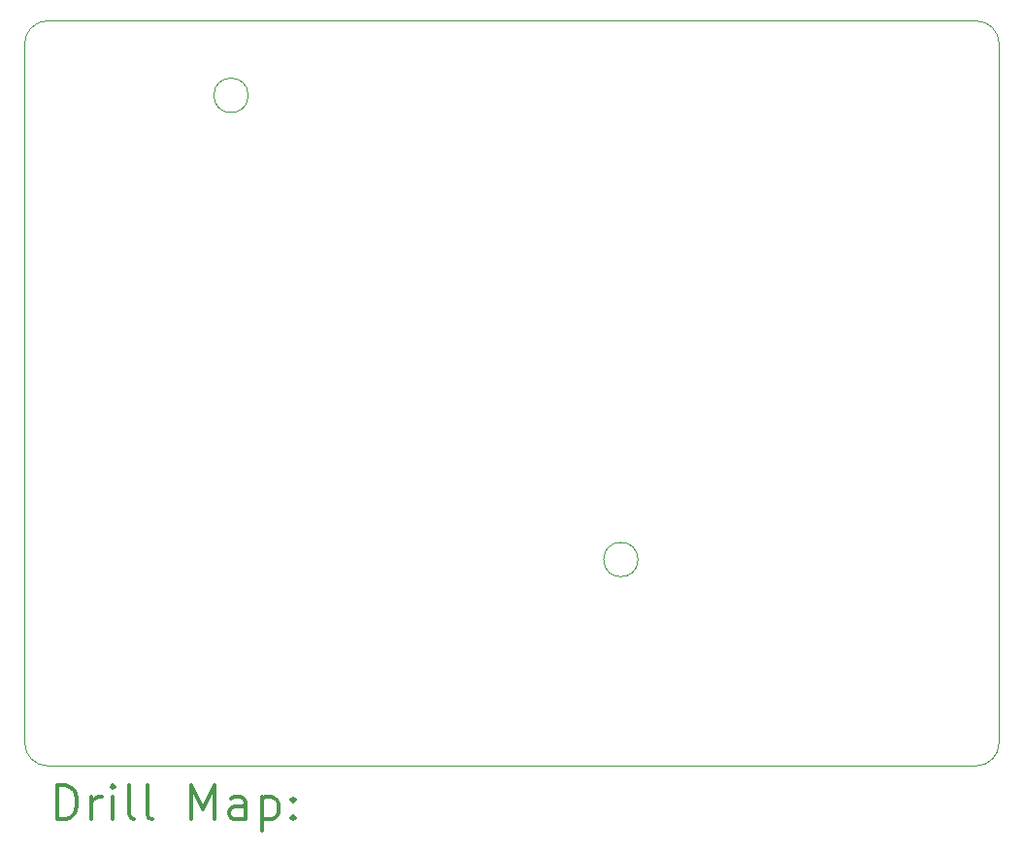
<source format=gbr>
%FSLAX45Y45*%
G04 Gerber Fmt 4.5, Leading zero omitted, Abs format (unit mm)*
G04 Created by KiCad (PCBNEW 5.1.10-88a1d61d58~90~ubuntu20.04.1) date 2021-08-15 15:08:53*
%MOMM*%
%LPD*%
G01*
G04 APERTURE LIST*
%TA.AperFunction,Profile*%
%ADD10C,0.050000*%
%TD*%
%ADD11C,0.200000*%
%ADD12C,0.300000*%
G04 APERTURE END LIST*
D10*
X18900000Y-5700000D02*
G75*
G02*
X19100000Y-5900000I0J-200000D01*
G01*
X19100000Y-12000000D02*
G75*
G02*
X18900000Y-12200000I-200000J0D01*
G01*
X10800000Y-12200000D02*
G75*
G02*
X10600000Y-12000000I0J200000D01*
G01*
X10600000Y-5900000D02*
G75*
G02*
X10800000Y-5700000I200000J0D01*
G01*
X19100000Y-5900000D02*
X19100000Y-12000000D01*
X10800000Y-5700000D02*
X18900000Y-5700000D01*
X10600000Y-12000000D02*
X10600000Y-5900000D01*
X18900000Y-12200000D02*
X10800000Y-12200000D01*
X12550000Y-6350000D02*
G75*
G03*
X12550000Y-6350000I-150000J0D01*
G01*
X15950000Y-10400000D02*
G75*
G03*
X15950000Y-10400000I-150000J0D01*
G01*
D11*
D12*
X10883928Y-12668214D02*
X10883928Y-12368214D01*
X10955357Y-12368214D01*
X10998214Y-12382500D01*
X11026786Y-12411071D01*
X11041071Y-12439643D01*
X11055357Y-12496786D01*
X11055357Y-12539643D01*
X11041071Y-12596786D01*
X11026786Y-12625357D01*
X10998214Y-12653929D01*
X10955357Y-12668214D01*
X10883928Y-12668214D01*
X11183928Y-12668214D02*
X11183928Y-12468214D01*
X11183928Y-12525357D02*
X11198214Y-12496786D01*
X11212500Y-12482500D01*
X11241071Y-12468214D01*
X11269643Y-12468214D01*
X11369643Y-12668214D02*
X11369643Y-12468214D01*
X11369643Y-12368214D02*
X11355357Y-12382500D01*
X11369643Y-12396786D01*
X11383928Y-12382500D01*
X11369643Y-12368214D01*
X11369643Y-12396786D01*
X11555357Y-12668214D02*
X11526786Y-12653929D01*
X11512500Y-12625357D01*
X11512500Y-12368214D01*
X11712500Y-12668214D02*
X11683928Y-12653929D01*
X11669643Y-12625357D01*
X11669643Y-12368214D01*
X12055357Y-12668214D02*
X12055357Y-12368214D01*
X12155357Y-12582500D01*
X12255357Y-12368214D01*
X12255357Y-12668214D01*
X12526786Y-12668214D02*
X12526786Y-12511071D01*
X12512500Y-12482500D01*
X12483928Y-12468214D01*
X12426786Y-12468214D01*
X12398214Y-12482500D01*
X12526786Y-12653929D02*
X12498214Y-12668214D01*
X12426786Y-12668214D01*
X12398214Y-12653929D01*
X12383928Y-12625357D01*
X12383928Y-12596786D01*
X12398214Y-12568214D01*
X12426786Y-12553929D01*
X12498214Y-12553929D01*
X12526786Y-12539643D01*
X12669643Y-12468214D02*
X12669643Y-12768214D01*
X12669643Y-12482500D02*
X12698214Y-12468214D01*
X12755357Y-12468214D01*
X12783928Y-12482500D01*
X12798214Y-12496786D01*
X12812500Y-12525357D01*
X12812500Y-12611071D01*
X12798214Y-12639643D01*
X12783928Y-12653929D01*
X12755357Y-12668214D01*
X12698214Y-12668214D01*
X12669643Y-12653929D01*
X12941071Y-12639643D02*
X12955357Y-12653929D01*
X12941071Y-12668214D01*
X12926786Y-12653929D01*
X12941071Y-12639643D01*
X12941071Y-12668214D01*
X12941071Y-12482500D02*
X12955357Y-12496786D01*
X12941071Y-12511071D01*
X12926786Y-12496786D01*
X12941071Y-12482500D01*
X12941071Y-12511071D01*
M02*

</source>
